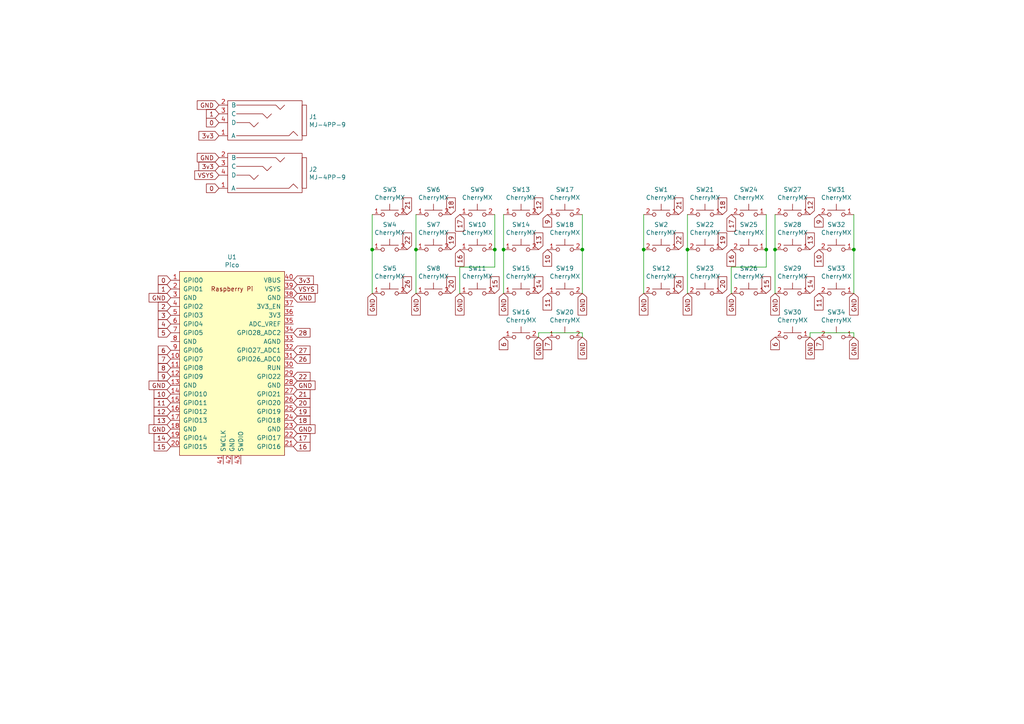
<source format=kicad_sch>
(kicad_sch (version 20230121) (generator eeschema)
  (paper "A4")
  (lib_symbols
    (symbol "Keeb-rescue:CherryMX-CherryMX" (pin_names (offset 0.254))
      (property "Reference" "SW" (at 2.54 3.175 0))
      (property "Value" "CherryMX_CherryMX" (at 0 -1.905 0))
      (symbol "CherryMX-CherryMX_1_1"
        (circle (center -2.032 0) (radius 0.508))
        (polyline (pts (xy 0 1.27) (xy 0 3.048)))
        (polyline (pts (xy 2.54 1.27) (xy -2.54 1.27)))
        (circle (center 2.032 0) (radius 0.508))
        (pin passive line (at -5.08 0 0) (length 2.54) (name "~") (number "1"))
        (pin passive line (at 5.08 0 180) (length 2.54) (name "~") (number "2"))
      )
    )
    (symbol "Keeb-rescue:MJ-4PP-9-MJ-4PP-9" (pin_names (offset 1.016))
      (property "Reference" "J" (at 0 7.62 0))
      (property "Value" "MJ-4PP-9_MJ-4PP-9" (at 0 -8.89 0))
      (symbol "MJ-4PP-9-MJ-4PP-9_0_1"
        (rectangle (start -10.16 3.81) (end -11.43 -5.08))
        (polyline (pts (xy 8.89 -5.08) (xy -2.54 -5.08) (xy -3.81 -3.81) (xy -5.08 -5.08)))
        (polyline (pts (xy 8.89 -2.54) (xy 1.27 -2.54) (xy 0 -1.27) (xy -1.27 -2.54)))
        (polyline (pts (xy 8.89 0) (xy 5.08 0) (xy 3.81 1.27) (xy 2.54 0)))
        (polyline (pts (xy 8.89 3.81) (xy -6.35 3.81) (xy -7.62 2.54) (xy -8.89 3.81)))
        (rectangle (start 11.43 5.08) (end -10.16 -6.35))
      )
      (symbol "MJ-4PP-9-MJ-4PP-9_1_1"
        (pin input line (at 13.97 3.81 180) (length 2.54) (name "A") (number "1"))
        (pin input line (at 13.97 -5.08 180) (length 2.54) (name "B") (number "2"))
        (pin input line (at 13.97 -2.54 180) (length 2.54) (name "C") (number "3"))
        (pin input line (at 13.97 0 180) (length 2.54) (name "D") (number "4"))
      )
    )
    (symbol "Keeb-rescue:Pico-MCU_RaspberryPi_and_Boards" (pin_names (offset 1.016))
      (property "Reference" "U" (at -13.97 27.94 0))
      (property "Value" "MCU_RaspberryPi_and_Boards_Pico" (at 0 19.05 0))
      (symbol "Pico-MCU_RaspberryPi_and_Boards_0_0"
        (text "Raspberry Pi" (at 0 21.59 0) (effects (font (size 1.27 1.27))))
      )
      (symbol "Pico-MCU_RaspberryPi_and_Boards_0_1"
        (rectangle (start -15.24 26.67) (end 15.24 -26.67) (fill (type background)))
      )
      (symbol "Pico-MCU_RaspberryPi_and_Boards_1_1"
        (pin bidirectional line (at -17.78 24.13 0) (length 2.54) (name "GPIO0") (number "1"))
        (pin bidirectional line (at -17.78 1.27 0) (length 2.54) (name "GPIO7") (number "10"))
        (pin bidirectional line (at -17.78 -1.27 0) (length 2.54) (name "GPIO8") (number "11"))
        (pin bidirectional line (at -17.78 -3.81 0) (length 2.54) (name "GPIO9") (number "12"))
        (pin power_in line (at -17.78 -6.35 0) (length 2.54) (name "GND") (number "13"))
        (pin bidirectional line (at -17.78 -8.89 0) (length 2.54) (name "GPIO10") (number "14"))
        (pin bidirectional line (at -17.78 -11.43 0) (length 2.54) (name "GPIO11") (number "15"))
        (pin bidirectional line (at -17.78 -13.97 0) (length 2.54) (name "GPIO12") (number "16"))
        (pin bidirectional line (at -17.78 -16.51 0) (length 2.54) (name "GPIO13") (number "17"))
        (pin power_in line (at -17.78 -19.05 0) (length 2.54) (name "GND") (number "18"))
        (pin bidirectional line (at -17.78 -21.59 0) (length 2.54) (name "GPIO14") (number "19"))
        (pin bidirectional line (at -17.78 21.59 0) (length 2.54) (name "GPIO1") (number "2"))
        (pin bidirectional line (at -17.78 -24.13 0) (length 2.54) (name "GPIO15") (number "20"))
        (pin bidirectional line (at 17.78 -24.13 180) (length 2.54) (name "GPIO16") (number "21"))
        (pin bidirectional line (at 17.78 -21.59 180) (length 2.54) (name "GPIO17") (number "22"))
        (pin power_in line (at 17.78 -19.05 180) (length 2.54) (name "GND") (number "23"))
        (pin bidirectional line (at 17.78 -16.51 180) (length 2.54) (name "GPIO18") (number "24"))
        (pin bidirectional line (at 17.78 -13.97 180) (length 2.54) (name "GPIO19") (number "25"))
        (pin bidirectional line (at 17.78 -11.43 180) (length 2.54) (name "GPIO20") (number "26"))
        (pin bidirectional line (at 17.78 -8.89 180) (length 2.54) (name "GPIO21") (number "27"))
        (pin power_in line (at 17.78 -6.35 180) (length 2.54) (name "GND") (number "28"))
        (pin bidirectional line (at 17.78 -3.81 180) (length 2.54) (name "GPIO22") (number "29"))
        (pin power_in line (at -17.78 19.05 0) (length 2.54) (name "GND") (number "3"))
        (pin input line (at 17.78 -1.27 180) (length 2.54) (name "RUN") (number "30"))
        (pin bidirectional line (at 17.78 1.27 180) (length 2.54) (name "GPIO26_ADC0") (number "31"))
        (pin bidirectional line (at 17.78 3.81 180) (length 2.54) (name "GPIO27_ADC1") (number "32"))
        (pin power_in line (at 17.78 6.35 180) (length 2.54) (name "AGND") (number "33"))
        (pin bidirectional line (at 17.78 8.89 180) (length 2.54) (name "GPIO28_ADC2") (number "34"))
        (pin unspecified line (at 17.78 11.43 180) (length 2.54) (name "ADC_VREF") (number "35"))
        (pin unspecified line (at 17.78 13.97 180) (length 2.54) (name "3V3") (number "36"))
        (pin input line (at 17.78 16.51 180) (length 2.54) (name "3V3_EN") (number "37"))
        (pin bidirectional line (at 17.78 19.05 180) (length 2.54) (name "GND") (number "38"))
        (pin unspecified line (at 17.78 21.59 180) (length 2.54) (name "VSYS") (number "39"))
        (pin bidirectional line (at -17.78 16.51 0) (length 2.54) (name "GPIO2") (number "4"))
        (pin unspecified line (at 17.78 24.13 180) (length 2.54) (name "VBUS") (number "40"))
        (pin input line (at -2.54 -29.21 90) (length 2.54) (name "SWCLK") (number "41"))
        (pin power_in line (at 0 -29.21 90) (length 2.54) (name "GND") (number "42"))
        (pin bidirectional line (at 2.54 -29.21 90) (length 2.54) (name "SWDIO") (number "43"))
        (pin bidirectional line (at -17.78 13.97 0) (length 2.54) (name "GPIO3") (number "5"))
        (pin bidirectional line (at -17.78 11.43 0) (length 2.54) (name "GPIO4") (number "6"))
        (pin bidirectional line (at -17.78 8.89 0) (length 2.54) (name "GPIO5") (number "7"))
        (pin power_in line (at -17.78 6.35 0) (length 2.54) (name "GND") (number "8"))
        (pin bidirectional line (at -17.78 3.81 0) (length 2.54) (name "GPIO6") (number "9"))
      )
    )
  )
  (junction (at 146.05 72.39))
  (junction (at 247.65 72.39))
  (junction (at 186.69 72.39))
  (junction (at 199.39 72.39))
  (junction (at 143.51 72.39))
  (junction (at 168.91 72.39))
  (junction (at 222.25 72.39))
  (junction (at 107.95 72.39))
  (junction (at 224.79 72.39))
  (junction (at 120.65 72.39))
  (wire (pts (xy 199.39 72.39) (xy 199.39 85.09)))
  (wire (pts (xy 146.05 62.23) (xy 146.05 72.39)))
  (wire (pts (xy 156.21 96.52) (xy 168.91 96.52)))
  (wire (pts (xy 143.51 62.23) (xy 143.51 72.39)))
  (wire (pts (xy 168.91 62.23) (xy 168.91 72.39)))
  (wire (pts (xy 133.35 77.47) (xy 133.35 85.09)))
  (wire (pts (xy 212.09 77.47) (xy 212.09 85.09)))
  (wire (pts (xy 222.25 72.39) (xy 222.25 77.47)))
  (wire (pts (xy 156.21 97.79) (xy 156.21 96.52)))
  (wire (pts (xy 247.65 72.39) (xy 247.65 85.09)))
  (wire (pts (xy 143.51 77.47) (xy 133.35 77.47)))
  (wire (pts (xy 224.79 72.39) (xy 224.79 85.09)))
  (wire (pts (xy 186.69 62.23) (xy 186.69 72.39)))
  (wire (pts (xy 120.65 72.39) (xy 120.65 85.09)))
  (wire (pts (xy 222.25 77.47) (xy 212.09 77.47)))
  (wire (pts (xy 234.95 96.52) (xy 247.65 96.52)))
  (wire (pts (xy 107.95 62.23) (xy 107.95 72.39)))
  (wire (pts (xy 107.95 72.39) (xy 107.95 85.09)))
  (wire (pts (xy 199.39 62.23) (xy 199.39 72.39)))
  (wire (pts (xy 120.65 62.23) (xy 120.65 72.39)))
  (wire (pts (xy 224.79 62.23) (xy 224.79 72.39)))
  (wire (pts (xy 146.05 72.39) (xy 146.05 85.09)))
  (wire (pts (xy 168.91 96.52) (xy 168.91 97.79)))
  (wire (pts (xy 234.95 97.79) (xy 234.95 96.52)))
  (wire (pts (xy 222.25 62.23) (xy 222.25 72.39)))
  (wire (pts (xy 186.69 72.39) (xy 186.69 85.09)))
  (wire (pts (xy 143.51 72.39) (xy 143.51 77.47)))
  (wire (pts (xy 247.65 96.52) (xy 247.65 97.79)))
  (wire (pts (xy 168.91 72.39) (xy 168.91 85.09)))
  (wire (pts (xy 247.65 62.23) (xy 247.65 72.39)))
  (global_label "9" (shape input) (at 237.49 62.23 270) (property "Intersheetrefs" "${INTERSHEET_REFS}" (effects hide)))
  (global_label "5" (shape input) (at 49.53 96.52 180) (property "Intersheetrefs" "${INTERSHEET_REFS}" (effects hide)))
  (global_label "26" (shape input) (at 118.11 85.09 90) (property "Intersheetrefs" "${INTERSHEET_REFS}" (effects hide)))
  (global_label "20" (shape input) (at 130.81 85.09 90) (property "Intersheetrefs" "${INTERSHEET_REFS}" (effects hide)))
  (global_label "12" (shape input) (at 234.95 62.23 90) (property "Intersheetrefs" "${INTERSHEET_REFS}" (effects hide)))
  (global_label "GND" (shape input) (at 120.65 85.09 270) (property "Intersheetrefs" "${INTERSHEET_REFS}" (effects hide)))
  (global_label "16" (shape input) (at 212.09 72.39 270) (property "Intersheetrefs" "${INTERSHEET_REFS}" (effects hide)))
  (global_label "GND" (shape input) (at 49.53 124.46 180) (property "Intersheetrefs" "${INTERSHEET_REFS}" (effects hide)))
  (global_label "GND" (shape input) (at 212.09 85.09 270) (property "Intersheetrefs" "${INTERSHEET_REFS}" (effects hide)))
  (global_label "GND" (shape input) (at 63.5 45.72 180) (property "Intersheetrefs" "${INTERSHEET_REFS}" (effects hide)))
  (global_label "11" (shape input) (at 49.53 116.84 180) (property "Intersheetrefs" "${INTERSHEET_REFS}" (effects hide)))
  (global_label "3" (shape input) (at 49.53 91.44 180) (property "Intersheetrefs" "${INTERSHEET_REFS}" (effects hide)))
  (global_label "GND" (shape input) (at 146.05 85.09 270) (property "Intersheetrefs" "${INTERSHEET_REFS}" (effects hide)))
  (global_label "0" (shape input) (at 63.5 54.61 180) (property "Intersheetrefs" "${INTERSHEET_REFS}" (effects hide)))
  (global_label "13" (shape input) (at 156.21 72.39 90) (property "Intersheetrefs" "${INTERSHEET_REFS}" (effects hide)))
  (global_label "22" (shape input) (at 85.09 109.22 0) (property "Intersheetrefs" "${INTERSHEET_REFS}" (effects hide)))
  (global_label "GND" (shape input) (at 63.5 30.48 180) (property "Intersheetrefs" "${INTERSHEET_REFS}" (effects hide)))
  (global_label "3v3" (shape input) (at 63.5 39.37 180) (property "Intersheetrefs" "${INTERSHEET_REFS}" (effects hide)))
  (global_label "13" (shape input) (at 49.53 121.92 180) (property "Intersheetrefs" "${INTERSHEET_REFS}" (effects hide)))
  (global_label "GND" (shape input) (at 168.91 85.09 270) (property "Intersheetrefs" "${INTERSHEET_REFS}" (effects hide)))
  (global_label "0" (shape input) (at 63.5 35.56 180) (property "Intersheetrefs" "${INTERSHEET_REFS}" (effects hide)))
  (global_label "VSYS" (shape input) (at 63.5 50.8 180) (property "Intersheetrefs" "${INTERSHEET_REFS}" (effects hide)))
  (global_label "12" (shape input) (at 156.21 62.23 90) (property "Intersheetrefs" "${INTERSHEET_REFS}" (effects hide)))
  (global_label "17" (shape input) (at 133.35 62.23 270) (property "Intersheetrefs" "${INTERSHEET_REFS}" (effects hide)))
  (global_label "17" (shape input) (at 212.09 62.23 270) (property "Intersheetrefs" "${INTERSHEET_REFS}" (effects hide)))
  (global_label "10" (shape input) (at 237.49 72.39 270) (property "Intersheetrefs" "${INTERSHEET_REFS}" (effects hide)))
  (global_label "16" (shape input) (at 133.35 72.39 270) (property "Intersheetrefs" "${INTERSHEET_REFS}" (effects hide)))
  (global_label "27" (shape input) (at 85.09 101.6 0) (property "Intersheetrefs" "${INTERSHEET_REFS}" (effects hide)))
  (global_label "18" (shape input) (at 130.81 62.23 90) (property "Intersheetrefs" "${INTERSHEET_REFS}" (effects hide)))
  (global_label "14" (shape input) (at 156.21 85.09 90) (property "Intersheetrefs" "${INTERSHEET_REFS}" (effects hide)))
  (global_label "28" (shape input) (at 85.09 96.52 0) (property "Intersheetrefs" "${INTERSHEET_REFS}" (effects hide)))
  (global_label "GND" (shape input) (at 247.65 97.79 270) (property "Intersheetrefs" "${INTERSHEET_REFS}" (effects hide)))
  (global_label "6" (shape input) (at 146.05 97.79 270) (property "Intersheetrefs" "${INTERSHEET_REFS}" (effects hide)))
  (global_label "19" (shape input) (at 209.55 72.39 90) (property "Intersheetrefs" "${INTERSHEET_REFS}" (effects hide)))
  (global_label "GND" (shape input) (at 168.91 97.79 270) (property "Intersheetrefs" "${INTERSHEET_REFS}" (effects hide)))
  (global_label "GND" (shape input) (at 49.53 111.76 180) (property "Intersheetrefs" "${INTERSHEET_REFS}" (effects hide)))
  (global_label "14" (shape input) (at 49.53 127 180) (property "Intersheetrefs" "${INTERSHEET_REFS}" (effects hide)))
  (global_label "17" (shape input) (at 85.09 127 0) (property "Intersheetrefs" "${INTERSHEET_REFS}" (effects hide)))
  (global_label "18" (shape input) (at 85.09 121.92 0) (property "Intersheetrefs" "${INTERSHEET_REFS}" (effects hide)))
  (global_label "4" (shape input) (at 49.53 93.98 180) (property "Intersheetrefs" "${INTERSHEET_REFS}" (effects hide)))
  (global_label "GND" (shape input) (at 49.53 86.36 180) (property "Intersheetrefs" "${INTERSHEET_REFS}" (effects hide)))
  (global_label "20" (shape input) (at 85.09 116.84 0) (property "Intersheetrefs" "${INTERSHEET_REFS}" (effects hide)))
  (global_label "GND" (shape input) (at 107.95 85.09 270) (property "Intersheetrefs" "${INTERSHEET_REFS}" (effects hide)))
  (global_label "GND" (shape input) (at 85.09 111.76 0) (property "Intersheetrefs" "${INTERSHEET_REFS}" (effects hide)))
  (global_label "GND" (shape input) (at 133.35 85.09 270) (property "Intersheetrefs" "${INTERSHEET_REFS}" (effects hide)))
  (global_label "21" (shape input) (at 118.11 62.23 90) (property "Intersheetrefs" "${INTERSHEET_REFS}" (effects hide)))
  (global_label "9" (shape input) (at 49.53 109.22 180) (property "Intersheetrefs" "${INTERSHEET_REFS}" (effects hide)))
  (global_label "2" (shape input) (at 49.53 88.9 180) (property "Intersheetrefs" "${INTERSHEET_REFS}" (effects hide)))
  (global_label "GND" (shape input) (at 247.65 85.09 270) (property "Intersheetrefs" "${INTERSHEET_REFS}" (effects hide)))
  (global_label "14" (shape input) (at 234.95 85.09 90) (property "Intersheetrefs" "${INTERSHEET_REFS}" (effects hide)))
  (global_label "19" (shape input) (at 130.81 72.39 90) (property "Intersheetrefs" "${INTERSHEET_REFS}" (effects hide)))
  (global_label "3v3" (shape input) (at 63.5 48.26 180) (property "Intersheetrefs" "${INTERSHEET_REFS}" (effects hide)))
  (global_label "6" (shape input) (at 224.79 97.79 270) (property "Intersheetrefs" "${INTERSHEET_REFS}" (effects hide)))
  (global_label "1" (shape input) (at 63.5 33.02 180) (property "Intersheetrefs" "${INTERSHEET_REFS}" (effects hide)))
  (global_label "11" (shape input) (at 158.75 85.09 270) (property "Intersheetrefs" "${INTERSHEET_REFS}" (effects hide)))
  (global_label "0" (shape input) (at 49.53 81.28 180) (property "Intersheetrefs" "${INTERSHEET_REFS}" (effects hide)))
  (global_label "10" (shape input) (at 158.75 72.39 270) (property "Intersheetrefs" "${INTERSHEET_REFS}" (effects hide)))
  (global_label "13" (shape input) (at 234.95 72.39 90) (property "Intersheetrefs" "${INTERSHEET_REFS}" (effects hide)))
  (global_label "GND" (shape input) (at 224.79 85.09 270) (property "Intersheetrefs" "${INTERSHEET_REFS}" (effects hide)))
  (global_label "11" (shape input) (at 237.49 85.09 270) (property "Intersheetrefs" "${INTERSHEET_REFS}" (effects hide)))
  (global_label "12" (shape input) (at 49.53 119.38 180) (property "Intersheetrefs" "${INTERSHEET_REFS}" (effects hide)))
  (global_label "9" (shape input) (at 158.75 62.23 270) (property "Intersheetrefs" "${INTERSHEET_REFS}" (effects hide)))
  (global_label "7" (shape input) (at 49.53 104.14 180) (property "Intersheetrefs" "${INTERSHEET_REFS}" (effects hide)))
  (global_label "GND" (shape input) (at 199.39 85.09 270) (property "Intersheetrefs" "${INTERSHEET_REFS}" (effects hide)))
  (global_label "15" (shape input) (at 222.25 85.09 90) (property "Intersheetrefs" "${INTERSHEET_REFS}" (effects hide)))
  (global_label "GND" (shape input) (at 156.21 97.79 270) (property "Intersheetrefs" "${INTERSHEET_REFS}" (effects hide)))
  (global_label "19" (shape input) (at 85.09 119.38 0) (property "Intersheetrefs" "${INTERSHEET_REFS}" (effects hide)))
  (global_label "GND" (shape input) (at 234.95 97.79 270) (property "Intersheetrefs" "${INTERSHEET_REFS}" (effects hide)))
  (global_label "22" (shape input) (at 118.11 72.39 90) (property "Intersheetrefs" "${INTERSHEET_REFS}" (effects hide)))
  (global_label "21" (shape input) (at 85.09 114.3 0) (property "Intersheetrefs" "${INTERSHEET_REFS}" (effects hide)))
  (global_label "3v3" (shape input) (at 85.09 81.28 0) (property "Intersheetrefs" "${INTERSHEET_REFS}" (effects hide)))
  (global_label "16" (shape input) (at 85.09 129.54 0) (property "Intersheetrefs" "${INTERSHEET_REFS}" (effects hide)))
  (global_label "15" (shape input) (at 49.53 129.54 180) (property "Intersheetrefs" "${INTERSHEET_REFS}" (effects hide)))
  (global_label "26" (shape input) (at 85.09 104.14 0) (property "Intersheetrefs" "${INTERSHEET_REFS}" (effects hide)))
  (global_label "26" (shape input) (at 196.85 85.09 90) (property "Intersheetrefs" "${INTERSHEET_REFS}" (effects hide)))
  (global_label "GND" (shape input) (at 85.09 86.36 0) (property "Intersheetrefs" "${INTERSHEET_REFS}" (effects hide)))
  (global_label "6" (shape input) (at 49.53 101.6 180) (property "Intersheetrefs" "${INTERSHEET_REFS}" (effects hide)))
  (global_label "22" (shape input) (at 196.85 72.39 90) (property "Intersheetrefs" "${INTERSHEET_REFS}" (effects hide)))
  (global_label "8" (shape input) (at 49.53 106.68 180) (property "Intersheetrefs" "${INTERSHEET_REFS}" (effects hide)))
  (global_label "10" (shape input) (at 49.53 114.3 180) (property "Intersheetrefs" "${INTERSHEET_REFS}" (effects hide)))
  (global_label "20" (shape input) (at 209.55 85.09 90) (property "Intersheetrefs" "${INTERSHEET_REFS}" (effects hide)))
  (global_label "1" (shape input) (at 49.53 83.82 180) (property "Intersheetrefs" "${INTERSHEET_REFS}" (effects hide)))
  (global_label "GND" (shape input) (at 85.09 124.46 0) (property "Intersheetrefs" "${INTERSHEET_REFS}" (effects hide)))
  (global_label "21" (shape input) (at 196.85 62.23 90) (property "Intersheetrefs" "${INTERSHEET_REFS}" (effects hide)))
  (global_label "7" (shape input) (at 237.49 97.79 270) (property "Intersheetrefs" "${INTERSHEET_REFS}" (effects hide)))
  (global_label "15" (shape input) (at 143.51 85.09 90) (property "Intersheetrefs" "${INTERSHEET_REFS}" (effects hide)))
  (global_label "GND" (shape input) (at 186.69 85.09 270) (property "Intersheetrefs" "${INTERSHEET_REFS}" (effects hide)))
  (global_label "VSYS" (shape input) (at 85.09 83.82 0) (property "Intersheetrefs" "${INTERSHEET_REFS}" (effects hide)))
  (global_label "7" (shape input) (at 158.75 97.79 270) (property "Intersheetrefs" "${INTERSHEET_REFS}" (effects hide)))
  (global_label "18" (shape input) (at 209.55 62.23 90) (property "Intersheetrefs" "${INTERSHEET_REFS}" (effects hide)))
  (symbol (lib_id "Keeb-rescue:Pico-MCU_RaspberryPi_and_Boards") (at 67.31 105.41 0) (unit 1)
    (property "Reference" "U1" (at 67.31 74.549 0))
    (property "Value" "Pico" (at 67.31 76.8604 0))
    (property "Footprint" "MCU_RaspberryPi_and_Boards:RPi_Pico_SMD_TH" (effects hide))
  )
  (symbol (lib_id "Keeb-rescue:CherryMX-CherryMX") (at 113.03 62.23 0) (unit 1)
    (property "Reference" "SW3" (at 113.03 54.991 0))
    (property "Value" "CherryMX" (at 113.03 57.3024 0))
    (property "Footprint" "ScottoKeebs_MX:MX_PCB_1.00u" (effects hide))
  )
  (symbol (lib_id "Keeb-rescue:CherryMX-CherryMX") (at 125.73 62.23 0) (unit 1)
    (property "Reference" "SW6" (at 125.73 54.991 0))
    (property "Value" "CherryMX" (at 125.73 57.3024 0))
    (property "Footprint" "ScottoKeebs_MX:MX_PCB_1.00u" (effects hide))
  )
  (symbol (lib_id "Keeb-rescue:CherryMX-CherryMX") (at 138.43 62.23 0) (unit 1)
    (property "Reference" "SW9" (at 138.43 54.991 0))
    (property "Value" "CherryMX" (at 138.43 57.3024 0))
    (property "Footprint" "ScottoKeebs_MX:MX_PCB_1.00u" (effects hide))
  )
  (symbol (lib_id "Keeb-rescue:CherryMX-CherryMX") (at 151.13 62.23 0) (unit 1)
    (property "Reference" "SW13" (at 151.13 54.991 0))
    (property "Value" "CherryMX" (at 151.13 57.3024 0))
    (property "Footprint" "ScottoKeebs_MX:MX_PCB_1.00u" (effects hide))
  )
  (symbol (lib_id "Keeb-rescue:CherryMX-CherryMX") (at 163.83 62.23 0) (unit 1)
    (property "Reference" "SW17" (at 163.83 54.991 0))
    (property "Value" "CherryMX" (at 163.83 57.3024 0))
    (property "Footprint" "ScottoKeebs_MX:MX_PCB_1.00u" (effects hide))
  )
  (symbol (lib_id "Keeb-rescue:CherryMX-CherryMX") (at 113.03 72.39 0) (unit 1)
    (property "Reference" "SW4" (at 113.03 65.151 0))
    (property "Value" "CherryMX" (at 113.03 67.4624 0))
    (property "Footprint" "ScottoKeebs_MX:MX_PCB_1.00u" (effects hide))
  )
  (symbol (lib_id "Keeb-rescue:CherryMX-CherryMX") (at 125.73 72.39 0) (unit 1)
    (property "Reference" "SW7" (at 125.73 65.151 0))
    (property "Value" "CherryMX" (at 125.73 67.4624 0))
    (property "Footprint" "ScottoKeebs_MX:MX_PCB_1.00u" (effects hide))
  )
  (symbol (lib_id "Keeb-rescue:CherryMX-CherryMX") (at 138.43 72.39 0) (unit 1)
    (property "Reference" "SW10" (at 138.43 65.151 0))
    (property "Value" "CherryMX" (at 138.43 67.4624 0))
    (property "Footprint" "ScottoKeebs_MX:MX_PCB_1.00u" (effects hide))
  )
  (symbol (lib_id "Keeb-rescue:CherryMX-CherryMX") (at 151.13 72.39 0) (unit 1)
    (property "Reference" "SW14" (at 151.13 65.151 0))
    (property "Value" "CherryMX" (at 151.13 67.4624 0))
    (property "Footprint" "ScottoKeebs_MX:MX_PCB_1.00u" (effects hide))
  )
  (symbol (lib_id "Keeb-rescue:CherryMX-CherryMX") (at 163.83 72.39 0) (unit 1)
    (property "Reference" "SW18" (at 163.83 65.151 0))
    (property "Value" "CherryMX" (at 163.83 67.4624 0))
    (property "Footprint" "ScottoKeebs_MX:MX_PCB_1.00u" (effects hide))
  )
  (symbol (lib_id "Keeb-rescue:CherryMX-CherryMX") (at 113.03 85.09 0) (unit 1)
    (property "Reference" "SW5" (at 113.03 77.851 0))
    (property "Value" "CherryMX" (at 113.03 80.1624 0))
    (property "Footprint" "ScottoKeebs_MX:MX_PCB_1.00u" (effects hide))
  )
  (symbol (lib_id "Keeb-rescue:CherryMX-CherryMX") (at 125.73 85.09 0) (unit 1)
    (property "Reference" "SW8" (at 125.73 77.851 0))
    (property "Value" "CherryMX" (at 125.73 80.1624 0))
    (property "Footprint" "ScottoKeebs_MX:MX_PCB_1.00u" (effects hide))
  )
  (symbol (lib_id "Keeb-rescue:CherryMX-CherryMX") (at 138.43 85.09 0) (unit 1)
    (property "Reference" "SW11" (at 138.43 77.851 0))
    (property "Value" "CherryMX" (at 138.43 80.1624 0))
    (property "Footprint" "ScottoKeebs_MX:MX_PCB_1.00u" (effects hide))
  )
  (symbol (lib_id "Keeb-rescue:CherryMX-CherryMX") (at 151.13 85.09 0) (unit 1)
    (property "Reference" "SW15" (at 151.13 77.851 0))
    (property "Value" "CherryMX" (at 151.13 80.1624 0))
    (property "Footprint" "ScottoKeebs_MX:MX_PCB_1.00u" (effects hide))
  )
  (symbol (lib_id "Keeb-rescue:CherryMX-CherryMX") (at 163.83 85.09 0) (unit 1)
    (property "Reference" "SW19" (at 163.83 77.851 0))
    (property "Value" "CherryMX" (at 163.83 80.1624 0))
    (property "Footprint" "ScottoKeebs_MX:MX_PCB_1.00u" (effects hide))
  )
  (symbol (lib_id "Keeb-rescue:CherryMX-CherryMX") (at 151.13 97.79 0) (unit 1)
    (property "Reference" "SW16" (at 151.13 90.551 0))
    (property "Value" "CherryMX" (at 151.13 92.8624 0))
    (property "Footprint" "ScottoKeebs_MX:MX_PCB_1.00u" (effects hide))
  )
  (symbol (lib_id "Keeb-rescue:CherryMX-CherryMX") (at 163.83 97.79 0) (unit 1)
    (property "Reference" "SW20" (at 163.83 90.551 0))
    (property "Value" "CherryMX" (at 163.83 92.8624 0))
    (property "Footprint" "ScottoKeebs_MX:MX_PCB_1.00u" (effects hide))
  )
  (symbol (lib_id "Keeb-rescue:MJ-4PP-9-MJ-4PP-9") (at 77.47 35.56 180) (unit 1)
    (property "Reference" "J1" (at 89.6112 33.8836 0) (effects (justify right)))
    (property "Value" "MJ-4PP-9" (at 89.6112 36.195 0) (effects (justify right)))
    (property "Footprint" "MJ-4PP-9:MJ-4PP-9" (effects hide))
  )
  (symbol (lib_id "Keeb-rescue:CherryMX-CherryMX") (at 229.87 97.79 0) (mirror y) (unit 1)
    (property "Reference" "SW30" (at 229.87 90.551 0))
    (property "Value" "CherryMX" (at 229.87 92.8624 0))
    (property "Footprint" "ScottoKeebs_MX:MX_PCB_1.00u" (effects hide))
  )
  (symbol (lib_id "Keeb-rescue:CherryMX-CherryMX") (at 229.87 85.09 0) (mirror y) (unit 1)
    (property "Reference" "SW29" (at 229.87 77.851 0))
    (property "Value" "CherryMX" (at 229.87 80.1624 0))
    (property "Footprint" "ScottoKeebs_MX:MX_PCB_1.00u" (effects hide))
  )
  (symbol (lib_id "Keeb-rescue:CherryMX-CherryMX") (at 204.47 62.23 0) (mirror y) (unit 1)
    (property "Reference" "SW21" (at 204.47 54.991 0))
    (property "Value" "CherryMX" (at 204.47 57.3024 0))
    (property "Footprint" "ScottoKeebs_MX:MX_PCB_1.00u" (effects hide))
  )
  (symbol (lib_id "Keeb-rescue:CherryMX-CherryMX") (at 242.57 62.23 0) (mirror y) (unit 1)
    (property "Reference" "SW31" (at 242.57 54.991 0))
    (property "Value" "CherryMX" (at 242.57 57.3024 0))
    (property "Footprint" "ScottoKeebs_MX:MX_PCB_1.00u" (effects hide))
  )
  (symbol (lib_id "Keeb-rescue:CherryMX-CherryMX") (at 242.57 97.79 0) (mirror y) (unit 1)
    (property "Reference" "SW34" (at 242.57 90.551 0))
    (property "Value" "CherryMX" (at 242.57 92.8624 0))
    (property "Footprint" "ScottoKeebs_MX:MX_PCB_1.00u" (effects hide))
  )
  (symbol (lib_id "Keeb-rescue:CherryMX-CherryMX") (at 191.77 62.23 0) (mirror y) (unit 1)
    (property "Reference" "SW1" (at 191.77 54.991 0))
    (property "Value" "CherryMX" (at 191.77 57.3024 0))
    (property "Footprint" "ScottoKeebs_MX:MX_PCB_1.00u" (effects hide))
  )
  (symbol (lib_id "Keeb-rescue:CherryMX-CherryMX") (at 204.47 72.39 0) (mirror y) (unit 1)
    (property "Reference" "SW22" (at 204.47 65.151 0))
    (property "Value" "CherryMX" (at 204.47 67.4624 0))
    (property "Footprint" "ScottoKeebs_MX:MX_PCB_1.00u" (effects hide))
  )
  (symbol (lib_id "Keeb-rescue:CherryMX-CherryMX") (at 191.77 85.09 0) (mirror y) (unit 1)
    (property "Reference" "SW12" (at 191.77 77.851 0))
    (property "Value" "CherryMX" (at 191.77 80.1624 0))
    (property "Footprint" "ScottoKeebs_MX:MX_PCB_1.00u" (effects hide))
  )
  (symbol (lib_id "Keeb-rescue:MJ-4PP-9-MJ-4PP-9") (at 77.47 50.8 180) (unit 1)
    (property "Reference" "J2" (at 89.6112 49.1236 0) (effects (justify right)))
    (property "Value" "MJ-4PP-9" (at 89.6112 51.435 0) (effects (justify right)))
    (property "Footprint" "MJ-4PP-9:MJ-4PP-9" (effects hide))
  )
  (symbol (lib_id "Keeb-rescue:CherryMX-CherryMX") (at 191.77 72.39 0) (mirror y) (unit 1)
    (property "Reference" "SW2" (at 191.77 65.151 0))
    (property "Value" "CherryMX" (at 191.77 67.4624 0))
    (property "Footprint" "ScottoKeebs_MX:MX_PCB_1.00u" (effects hide))
  )
  (symbol (lib_id "Keeb-rescue:CherryMX-CherryMX") (at 217.17 62.23 0) (mirror y) (unit 1)
    (property "Reference" "SW24" (at 217.17 54.991 0))
    (property "Value" "CherryMX" (at 217.17 57.3024 0))
    (property "Footprint" "ScottoKeebs_MX:MX_PCB_1.00u" (effects hide))
  )
  (symbol (lib_id "Keeb-rescue:CherryMX-CherryMX") (at 229.87 62.23 0) (mirror y) (unit 1)
    (property "Reference" "SW27" (at 229.87 54.991 0))
    (property "Value" "CherryMX" (at 229.87 57.3024 0))
    (property "Footprint" "ScottoKeebs_MX:MX_PCB_1.00u" (effects hide))
  )
  (symbol (lib_id "Keeb-rescue:CherryMX-CherryMX") (at 229.87 72.39 0) (mirror y) (unit 1)
    (property "Reference" "SW28" (at 229.87 65.151 0))
    (property "Value" "CherryMX" (at 229.87 67.4624 0))
    (property "Footprint" "ScottoKeebs_MX:MX_PCB_1.00u" (effects hide))
  )
  (symbol (lib_id "Keeb-rescue:CherryMX-CherryMX") (at 242.57 72.39 0) (mirror y) (unit 1)
    (property "Reference" "SW32" (at 242.57 65.151 0))
    (property "Value" "CherryMX" (at 242.57 67.4624 0))
    (property "Footprint" "ScottoKeebs_MX:MX_PCB_1.00u" (effects hide))
  )
  (symbol (lib_id "Keeb-rescue:CherryMX-CherryMX") (at 204.47 85.09 0) (mirror y) (unit 1)
    (property "Reference" "SW23" (at 204.47 77.851 0))
    (property "Value" "CherryMX" (at 204.47 80.1624 0))
    (property "Footprint" "ScottoKeebs_MX:MX_PCB_1.00u" (effects hide))
  )
  (symbol (lib_id "Keeb-rescue:CherryMX-CherryMX") (at 242.57 85.09 0) (mirror y) (unit 1)
    (property "Reference" "SW33" (at 242.57 77.851 0))
    (property "Value" "CherryMX" (at 242.57 80.1624 0))
    (property "Footprint" "ScottoKeebs_MX:MX_PCB_1.00u" (effects hide))
  )
  (symbol (lib_id "Keeb-rescue:CherryMX-CherryMX") (at 217.17 85.09 0) (mirror y) (unit 1)
    (property "Reference" "SW26" (at 217.17 77.851 0))
    (property "Value" "CherryMX" (at 217.17 80.1624 0))
    (property "Footprint" "ScottoKeebs_MX:MX_PCB_1.00u" (effects hide))
  )
  (symbol (lib_id "Keeb-rescue:CherryMX-CherryMX") (at 217.17 72.39 0) (mirror y) (unit 1)
    (property "Reference" "SW25" (at 217.17 65.151 0))
    (property "Value" "CherryMX" (at 217.17 67.4624 0))
    (property "Footprint" "ScottoKeebs_MX:MX_PCB_1.00u" (effects hide))
  )
)
</source>
